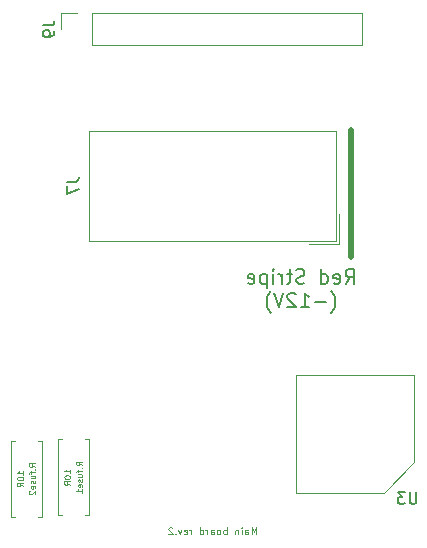
<source format=gbo>
G04 #@! TF.GenerationSoftware,KiCad,Pcbnew,(5.0.2)-1*
G04 #@! TF.CreationDate,2019-04-03T17:45:30+02:00*
G04 #@! TF.ProjectId,Corona_mainBoard,436f726f-6e61-45f6-9d61-696e426f6172,1*
G04 #@! TF.SameCoordinates,Original*
G04 #@! TF.FileFunction,Legend,Bot*
G04 #@! TF.FilePolarity,Positive*
%FSLAX46Y46*%
G04 Gerber Fmt 4.6, Leading zero omitted, Abs format (unit mm)*
G04 Created by KiCad (PCBNEW (5.0.2)-1) date 3-4-2019 17:45:30*
%MOMM*%
%LPD*%
G01*
G04 APERTURE LIST*
%ADD10C,0.200000*%
%ADD11C,0.500000*%
%ADD12C,0.100000*%
%ADD13C,0.120000*%
%ADD14C,0.150000*%
%ADD15C,0.095250*%
G04 APERTURE END LIST*
D10*
X30271428Y-85542857D02*
X30671428Y-84971428D01*
X30957142Y-85542857D02*
X30957142Y-84342857D01*
X30500000Y-84342857D01*
X30385714Y-84400000D01*
X30328571Y-84457142D01*
X30271428Y-84571428D01*
X30271428Y-84742857D01*
X30328571Y-84857142D01*
X30385714Y-84914285D01*
X30500000Y-84971428D01*
X30957142Y-84971428D01*
X29300000Y-85485714D02*
X29414285Y-85542857D01*
X29642857Y-85542857D01*
X29757142Y-85485714D01*
X29814285Y-85371428D01*
X29814285Y-84914285D01*
X29757142Y-84800000D01*
X29642857Y-84742857D01*
X29414285Y-84742857D01*
X29300000Y-84800000D01*
X29242857Y-84914285D01*
X29242857Y-85028571D01*
X29814285Y-85142857D01*
X28214285Y-85542857D02*
X28214285Y-84342857D01*
X28214285Y-85485714D02*
X28328571Y-85542857D01*
X28557142Y-85542857D01*
X28671428Y-85485714D01*
X28728571Y-85428571D01*
X28785714Y-85314285D01*
X28785714Y-84971428D01*
X28728571Y-84857142D01*
X28671428Y-84800000D01*
X28557142Y-84742857D01*
X28328571Y-84742857D01*
X28214285Y-84800000D01*
X26785714Y-85485714D02*
X26614285Y-85542857D01*
X26328571Y-85542857D01*
X26214285Y-85485714D01*
X26157142Y-85428571D01*
X26100000Y-85314285D01*
X26100000Y-85200000D01*
X26157142Y-85085714D01*
X26214285Y-85028571D01*
X26328571Y-84971428D01*
X26557142Y-84914285D01*
X26671428Y-84857142D01*
X26728571Y-84800000D01*
X26785714Y-84685714D01*
X26785714Y-84571428D01*
X26728571Y-84457142D01*
X26671428Y-84400000D01*
X26557142Y-84342857D01*
X26271428Y-84342857D01*
X26100000Y-84400000D01*
X25757142Y-84742857D02*
X25300000Y-84742857D01*
X25585714Y-84342857D02*
X25585714Y-85371428D01*
X25528571Y-85485714D01*
X25414285Y-85542857D01*
X25300000Y-85542857D01*
X24900000Y-85542857D02*
X24900000Y-84742857D01*
X24900000Y-84971428D02*
X24842857Y-84857142D01*
X24785714Y-84800000D01*
X24671428Y-84742857D01*
X24557142Y-84742857D01*
X24157142Y-85542857D02*
X24157142Y-84742857D01*
X24157142Y-84342857D02*
X24214285Y-84400000D01*
X24157142Y-84457142D01*
X24100000Y-84400000D01*
X24157142Y-84342857D01*
X24157142Y-84457142D01*
X23585714Y-84742857D02*
X23585714Y-85942857D01*
X23585714Y-84800000D02*
X23471428Y-84742857D01*
X23242857Y-84742857D01*
X23128571Y-84800000D01*
X23071428Y-84857142D01*
X23014285Y-84971428D01*
X23014285Y-85314285D01*
X23071428Y-85428571D01*
X23128571Y-85485714D01*
X23242857Y-85542857D01*
X23471428Y-85542857D01*
X23585714Y-85485714D01*
X22042857Y-85485714D02*
X22157142Y-85542857D01*
X22385714Y-85542857D01*
X22500000Y-85485714D01*
X22557142Y-85371428D01*
X22557142Y-84914285D01*
X22500000Y-84800000D01*
X22385714Y-84742857D01*
X22157142Y-84742857D01*
X22042857Y-84800000D01*
X21985714Y-84914285D01*
X21985714Y-85028571D01*
X22557142Y-85142857D01*
X29071428Y-88000000D02*
X29128571Y-87942857D01*
X29242857Y-87771428D01*
X29300000Y-87657142D01*
X29357142Y-87485714D01*
X29414285Y-87200000D01*
X29414285Y-86971428D01*
X29357142Y-86685714D01*
X29300000Y-86514285D01*
X29242857Y-86400000D01*
X29128571Y-86228571D01*
X29071428Y-86171428D01*
X28614285Y-87085714D02*
X27700000Y-87085714D01*
X26500000Y-87542857D02*
X27185714Y-87542857D01*
X26842857Y-87542857D02*
X26842857Y-86342857D01*
X26957142Y-86514285D01*
X27071428Y-86628571D01*
X27185714Y-86685714D01*
X26042857Y-86457142D02*
X25985714Y-86400000D01*
X25871428Y-86342857D01*
X25585714Y-86342857D01*
X25471428Y-86400000D01*
X25414285Y-86457142D01*
X25357142Y-86571428D01*
X25357142Y-86685714D01*
X25414285Y-86857142D01*
X26100000Y-87542857D01*
X25357142Y-87542857D01*
X25014285Y-86342857D02*
X24614285Y-87542857D01*
X24214285Y-86342857D01*
X23928571Y-88000000D02*
X23871428Y-87942857D01*
X23757142Y-87771428D01*
X23700000Y-87657142D01*
X23642857Y-87485714D01*
X23585714Y-87200000D01*
X23585714Y-86971428D01*
X23642857Y-86685714D01*
X23700000Y-86514285D01*
X23757142Y-86400000D01*
X23871428Y-86228571D01*
X23928571Y-86171428D01*
D11*
X30750000Y-72500000D02*
X30750000Y-83250000D01*
D12*
X22714285Y-106771428D02*
X22714285Y-106171428D01*
X22514285Y-106600000D01*
X22314285Y-106171428D01*
X22314285Y-106771428D01*
X21771428Y-106771428D02*
X21771428Y-106457142D01*
X21800000Y-106400000D01*
X21857142Y-106371428D01*
X21971428Y-106371428D01*
X22028571Y-106400000D01*
X21771428Y-106742857D02*
X21828571Y-106771428D01*
X21971428Y-106771428D01*
X22028571Y-106742857D01*
X22057142Y-106685714D01*
X22057142Y-106628571D01*
X22028571Y-106571428D01*
X21971428Y-106542857D01*
X21828571Y-106542857D01*
X21771428Y-106514285D01*
X21485714Y-106771428D02*
X21485714Y-106371428D01*
X21485714Y-106171428D02*
X21514285Y-106200000D01*
X21485714Y-106228571D01*
X21457142Y-106200000D01*
X21485714Y-106171428D01*
X21485714Y-106228571D01*
X21200000Y-106371428D02*
X21200000Y-106771428D01*
X21200000Y-106428571D02*
X21171428Y-106400000D01*
X21114285Y-106371428D01*
X21028571Y-106371428D01*
X20971428Y-106400000D01*
X20942857Y-106457142D01*
X20942857Y-106771428D01*
X20200000Y-106771428D02*
X20200000Y-106171428D01*
X20200000Y-106400000D02*
X20142857Y-106371428D01*
X20028571Y-106371428D01*
X19971428Y-106400000D01*
X19942857Y-106428571D01*
X19914285Y-106485714D01*
X19914285Y-106657142D01*
X19942857Y-106714285D01*
X19971428Y-106742857D01*
X20028571Y-106771428D01*
X20142857Y-106771428D01*
X20200000Y-106742857D01*
X19571428Y-106771428D02*
X19628571Y-106742857D01*
X19657142Y-106714285D01*
X19685714Y-106657142D01*
X19685714Y-106485714D01*
X19657142Y-106428571D01*
X19628571Y-106400000D01*
X19571428Y-106371428D01*
X19485714Y-106371428D01*
X19428571Y-106400000D01*
X19400000Y-106428571D01*
X19371428Y-106485714D01*
X19371428Y-106657142D01*
X19400000Y-106714285D01*
X19428571Y-106742857D01*
X19485714Y-106771428D01*
X19571428Y-106771428D01*
X18857142Y-106771428D02*
X18857142Y-106457142D01*
X18885714Y-106400000D01*
X18942857Y-106371428D01*
X19057142Y-106371428D01*
X19114285Y-106400000D01*
X18857142Y-106742857D02*
X18914285Y-106771428D01*
X19057142Y-106771428D01*
X19114285Y-106742857D01*
X19142857Y-106685714D01*
X19142857Y-106628571D01*
X19114285Y-106571428D01*
X19057142Y-106542857D01*
X18914285Y-106542857D01*
X18857142Y-106514285D01*
X18571428Y-106771428D02*
X18571428Y-106371428D01*
X18571428Y-106485714D02*
X18542857Y-106428571D01*
X18514285Y-106400000D01*
X18457142Y-106371428D01*
X18400000Y-106371428D01*
X17942857Y-106771428D02*
X17942857Y-106171428D01*
X17942857Y-106742857D02*
X18000000Y-106771428D01*
X18114285Y-106771428D01*
X18171428Y-106742857D01*
X18200000Y-106714285D01*
X18228571Y-106657142D01*
X18228571Y-106485714D01*
X18200000Y-106428571D01*
X18171428Y-106400000D01*
X18114285Y-106371428D01*
X18000000Y-106371428D01*
X17942857Y-106400000D01*
X17200000Y-106771428D02*
X17200000Y-106371428D01*
X17200000Y-106485714D02*
X17171428Y-106428571D01*
X17142857Y-106400000D01*
X17085714Y-106371428D01*
X17028571Y-106371428D01*
X16600000Y-106742857D02*
X16657142Y-106771428D01*
X16771428Y-106771428D01*
X16828571Y-106742857D01*
X16857142Y-106685714D01*
X16857142Y-106457142D01*
X16828571Y-106400000D01*
X16771428Y-106371428D01*
X16657142Y-106371428D01*
X16600000Y-106400000D01*
X16571428Y-106457142D01*
X16571428Y-106514285D01*
X16857142Y-106571428D01*
X16371428Y-106371428D02*
X16228571Y-106771428D01*
X16085714Y-106371428D01*
X15857142Y-106714285D02*
X15828571Y-106742857D01*
X15857142Y-106771428D01*
X15885714Y-106742857D01*
X15857142Y-106714285D01*
X15857142Y-106771428D01*
X15600000Y-106228571D02*
X15571428Y-106200000D01*
X15514285Y-106171428D01*
X15371428Y-106171428D01*
X15314285Y-106200000D01*
X15285714Y-106228571D01*
X15257142Y-106285714D01*
X15257142Y-106342857D01*
X15285714Y-106428571D01*
X15628571Y-106771428D01*
X15257142Y-106771428D01*
D13*
G04 #@! TO.C,J7*
X29430000Y-72595000D02*
X8570000Y-72595000D01*
X8570000Y-72595000D02*
X8570000Y-81945000D01*
X8570000Y-81945000D02*
X29430000Y-81945000D01*
X29430000Y-81945000D02*
X29430000Y-72595000D01*
X29680000Y-82195000D02*
X27140000Y-82195000D01*
X29680000Y-82195000D02*
X29680000Y-79655000D01*
G04 #@! TO.C,U3*
X26090000Y-93240000D02*
X36110000Y-93240000D01*
X26090000Y-103260000D02*
X26090000Y-93240000D01*
X33530000Y-103260000D02*
X26090000Y-103260000D01*
X36110000Y-100680000D02*
X33530000Y-103260000D01*
X36110000Y-93240000D02*
X36110000Y-100680000D01*
G04 #@! TO.C,J9*
X6170000Y-62670000D02*
X6170000Y-64000000D01*
X7500000Y-62670000D02*
X6170000Y-62670000D01*
X8770000Y-62670000D02*
X8770000Y-65330000D01*
X8770000Y-65330000D02*
X31690000Y-65330000D01*
X8770000Y-62670000D02*
X31690000Y-62670000D01*
X31690000Y-62670000D02*
X31690000Y-65330000D01*
G04 #@! TO.C,R.fuse1*
X8230000Y-105150000D02*
X8560000Y-105150000D01*
X8560000Y-105150000D02*
X8560000Y-98730000D01*
X8560000Y-98730000D02*
X8230000Y-98730000D01*
X6270000Y-105150000D02*
X5940000Y-105150000D01*
X5940000Y-105150000D02*
X5940000Y-98730000D01*
X5940000Y-98730000D02*
X6270000Y-98730000D01*
G04 #@! TO.C,R.fuse2*
X4230000Y-105270000D02*
X4560000Y-105270000D01*
X4560000Y-105270000D02*
X4560000Y-98850000D01*
X4560000Y-98850000D02*
X4230000Y-98850000D01*
X2270000Y-105270000D02*
X1940000Y-105270000D01*
X1940000Y-105270000D02*
X1940000Y-98850000D01*
X1940000Y-98850000D02*
X2270000Y-98850000D01*
G04 #@! TO.C,J7*
D14*
X6702380Y-76916666D02*
X7416666Y-76916666D01*
X7559523Y-76869047D01*
X7654761Y-76773809D01*
X7702380Y-76630952D01*
X7702380Y-76535714D01*
X6702380Y-77297619D02*
X6702380Y-77964285D01*
X7702380Y-77535714D01*
G04 #@! TO.C,U3*
X36261904Y-103202380D02*
X36261904Y-104011904D01*
X36214285Y-104107142D01*
X36166666Y-104154761D01*
X36071428Y-104202380D01*
X35880952Y-104202380D01*
X35785714Y-104154761D01*
X35738095Y-104107142D01*
X35690476Y-104011904D01*
X35690476Y-103202380D01*
X35309523Y-103202380D02*
X34690476Y-103202380D01*
X35023809Y-103583333D01*
X34880952Y-103583333D01*
X34785714Y-103630952D01*
X34738095Y-103678571D01*
X34690476Y-103773809D01*
X34690476Y-104011904D01*
X34738095Y-104107142D01*
X34785714Y-104154761D01*
X34880952Y-104202380D01*
X35166666Y-104202380D01*
X35261904Y-104154761D01*
X35309523Y-104107142D01*
G04 #@! TO.C,J9*
X4622380Y-63666666D02*
X5336666Y-63666666D01*
X5479523Y-63619047D01*
X5574761Y-63523809D01*
X5622380Y-63380952D01*
X5622380Y-63285714D01*
X5622380Y-64190476D02*
X5622380Y-64380952D01*
X5574761Y-64476190D01*
X5527142Y-64523809D01*
X5384285Y-64619047D01*
X5193809Y-64666666D01*
X4812857Y-64666666D01*
X4717619Y-64619047D01*
X4670000Y-64571428D01*
X4622380Y-64476190D01*
X4622380Y-64285714D01*
X4670000Y-64190476D01*
X4717619Y-64142857D01*
X4812857Y-64095238D01*
X5050952Y-64095238D01*
X5146190Y-64142857D01*
X5193809Y-64190476D01*
X5241428Y-64285714D01*
X5241428Y-64476190D01*
X5193809Y-64571428D01*
X5146190Y-64619047D01*
X5050952Y-64666666D01*
G04 #@! TO.C,R.fuse1*
D15*
X7987809Y-100936095D02*
X7745904Y-100766761D01*
X7987809Y-100645809D02*
X7479809Y-100645809D01*
X7479809Y-100839333D01*
X7504000Y-100887714D01*
X7528190Y-100911904D01*
X7576571Y-100936095D01*
X7649142Y-100936095D01*
X7697523Y-100911904D01*
X7721714Y-100887714D01*
X7745904Y-100839333D01*
X7745904Y-100645809D01*
X7939428Y-101153809D02*
X7963619Y-101178000D01*
X7987809Y-101153809D01*
X7963619Y-101129619D01*
X7939428Y-101153809D01*
X7987809Y-101153809D01*
X7649142Y-101323142D02*
X7649142Y-101516666D01*
X7987809Y-101395714D02*
X7552380Y-101395714D01*
X7504000Y-101419904D01*
X7479809Y-101468285D01*
X7479809Y-101516666D01*
X7649142Y-101903714D02*
X7987809Y-101903714D01*
X7649142Y-101686000D02*
X7915238Y-101686000D01*
X7963619Y-101710190D01*
X7987809Y-101758571D01*
X7987809Y-101831142D01*
X7963619Y-101879523D01*
X7939428Y-101903714D01*
X7963619Y-102121428D02*
X7987809Y-102169809D01*
X7987809Y-102266571D01*
X7963619Y-102314952D01*
X7915238Y-102339142D01*
X7891047Y-102339142D01*
X7842666Y-102314952D01*
X7818476Y-102266571D01*
X7818476Y-102194000D01*
X7794285Y-102145619D01*
X7745904Y-102121428D01*
X7721714Y-102121428D01*
X7673333Y-102145619D01*
X7649142Y-102194000D01*
X7649142Y-102266571D01*
X7673333Y-102314952D01*
X7963619Y-102750380D02*
X7987809Y-102702000D01*
X7987809Y-102605238D01*
X7963619Y-102556857D01*
X7915238Y-102532666D01*
X7721714Y-102532666D01*
X7673333Y-102556857D01*
X7649142Y-102605238D01*
X7649142Y-102702000D01*
X7673333Y-102750380D01*
X7721714Y-102774571D01*
X7770095Y-102774571D01*
X7818476Y-102532666D01*
X7987809Y-103258380D02*
X7987809Y-102968095D01*
X7987809Y-103113238D02*
X7479809Y-103113238D01*
X7552380Y-103064857D01*
X7600761Y-103016476D01*
X7624952Y-102968095D01*
X6971809Y-101589238D02*
X6971809Y-101298952D01*
X6971809Y-101444095D02*
X6463809Y-101444095D01*
X6536380Y-101395714D01*
X6584761Y-101347333D01*
X6608952Y-101298952D01*
X6463809Y-101903714D02*
X6463809Y-101952095D01*
X6488000Y-102000476D01*
X6512190Y-102024666D01*
X6560571Y-102048857D01*
X6657333Y-102073047D01*
X6778285Y-102073047D01*
X6875047Y-102048857D01*
X6923428Y-102024666D01*
X6947619Y-102000476D01*
X6971809Y-101952095D01*
X6971809Y-101903714D01*
X6947619Y-101855333D01*
X6923428Y-101831142D01*
X6875047Y-101806952D01*
X6778285Y-101782761D01*
X6657333Y-101782761D01*
X6560571Y-101806952D01*
X6512190Y-101831142D01*
X6488000Y-101855333D01*
X6463809Y-101903714D01*
X6971809Y-102581047D02*
X6729904Y-102411714D01*
X6971809Y-102290761D02*
X6463809Y-102290761D01*
X6463809Y-102484285D01*
X6488000Y-102532666D01*
X6512190Y-102556857D01*
X6560571Y-102581047D01*
X6633142Y-102581047D01*
X6681523Y-102556857D01*
X6705714Y-102532666D01*
X6729904Y-102484285D01*
X6729904Y-102290761D01*
G04 #@! TO.C,R.fuse2*
X3987809Y-101056095D02*
X3745904Y-100886761D01*
X3987809Y-100765809D02*
X3479809Y-100765809D01*
X3479809Y-100959333D01*
X3504000Y-101007714D01*
X3528190Y-101031904D01*
X3576571Y-101056095D01*
X3649142Y-101056095D01*
X3697523Y-101031904D01*
X3721714Y-101007714D01*
X3745904Y-100959333D01*
X3745904Y-100765809D01*
X3939428Y-101273809D02*
X3963619Y-101298000D01*
X3987809Y-101273809D01*
X3963619Y-101249619D01*
X3939428Y-101273809D01*
X3987809Y-101273809D01*
X3649142Y-101443142D02*
X3649142Y-101636666D01*
X3987809Y-101515714D02*
X3552380Y-101515714D01*
X3504000Y-101539904D01*
X3479809Y-101588285D01*
X3479809Y-101636666D01*
X3649142Y-102023714D02*
X3987809Y-102023714D01*
X3649142Y-101806000D02*
X3915238Y-101806000D01*
X3963619Y-101830190D01*
X3987809Y-101878571D01*
X3987809Y-101951142D01*
X3963619Y-101999523D01*
X3939428Y-102023714D01*
X3963619Y-102241428D02*
X3987809Y-102289809D01*
X3987809Y-102386571D01*
X3963619Y-102434952D01*
X3915238Y-102459142D01*
X3891047Y-102459142D01*
X3842666Y-102434952D01*
X3818476Y-102386571D01*
X3818476Y-102314000D01*
X3794285Y-102265619D01*
X3745904Y-102241428D01*
X3721714Y-102241428D01*
X3673333Y-102265619D01*
X3649142Y-102314000D01*
X3649142Y-102386571D01*
X3673333Y-102434952D01*
X3963619Y-102870380D02*
X3987809Y-102822000D01*
X3987809Y-102725238D01*
X3963619Y-102676857D01*
X3915238Y-102652666D01*
X3721714Y-102652666D01*
X3673333Y-102676857D01*
X3649142Y-102725238D01*
X3649142Y-102822000D01*
X3673333Y-102870380D01*
X3721714Y-102894571D01*
X3770095Y-102894571D01*
X3818476Y-102652666D01*
X3528190Y-103088095D02*
X3504000Y-103112285D01*
X3479809Y-103160666D01*
X3479809Y-103281619D01*
X3504000Y-103330000D01*
X3528190Y-103354190D01*
X3576571Y-103378380D01*
X3624952Y-103378380D01*
X3697523Y-103354190D01*
X3987809Y-103063904D01*
X3987809Y-103378380D01*
X2971809Y-101709238D02*
X2971809Y-101418952D01*
X2971809Y-101564095D02*
X2463809Y-101564095D01*
X2536380Y-101515714D01*
X2584761Y-101467333D01*
X2608952Y-101418952D01*
X2463809Y-102023714D02*
X2463809Y-102072095D01*
X2488000Y-102120476D01*
X2512190Y-102144666D01*
X2560571Y-102168857D01*
X2657333Y-102193047D01*
X2778285Y-102193047D01*
X2875047Y-102168857D01*
X2923428Y-102144666D01*
X2947619Y-102120476D01*
X2971809Y-102072095D01*
X2971809Y-102023714D01*
X2947619Y-101975333D01*
X2923428Y-101951142D01*
X2875047Y-101926952D01*
X2778285Y-101902761D01*
X2657333Y-101902761D01*
X2560571Y-101926952D01*
X2512190Y-101951142D01*
X2488000Y-101975333D01*
X2463809Y-102023714D01*
X2971809Y-102701047D02*
X2729904Y-102531714D01*
X2971809Y-102410761D02*
X2463809Y-102410761D01*
X2463809Y-102604285D01*
X2488000Y-102652666D01*
X2512190Y-102676857D01*
X2560571Y-102701047D01*
X2633142Y-102701047D01*
X2681523Y-102676857D01*
X2705714Y-102652666D01*
X2729904Y-102604285D01*
X2729904Y-102410761D01*
G04 #@! TD*
M02*

</source>
